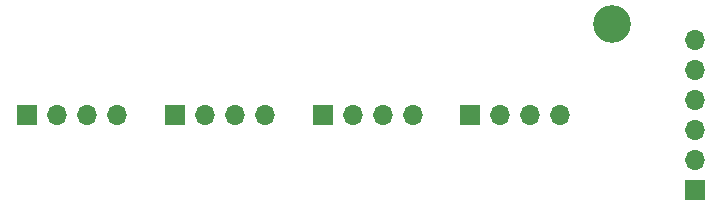
<source format=gbr>
%TF.GenerationSoftware,KiCad,Pcbnew,7.0.11-7.0.11~ubuntu22.04.1*%
%TF.CreationDate,2024-11-05T13:46:25+02:00*%
%TF.ProjectId,USB_Magic_Hub,5553425f-4d61-4676-9963-5f4875622e6b,rev?*%
%TF.SameCoordinates,PXc65d40PYc65d40*%
%TF.FileFunction,Soldermask,Bot*%
%TF.FilePolarity,Negative*%
%FSLAX46Y46*%
G04 Gerber Fmt 4.6, Leading zero omitted, Abs format (unit mm)*
G04 Created by KiCad (PCBNEW 7.0.11-7.0.11~ubuntu22.04.1) date 2024-11-05 13:46:25*
%MOMM*%
%LPD*%
G01*
G04 APERTURE LIST*
%ADD10R,1.700000X1.700000*%
%ADD11O,1.700000X1.700000*%
%ADD12C,3.200000*%
G04 APERTURE END LIST*
D10*
%TO.C,J1*%
X54950000Y-11750000D03*
D11*
X57490000Y-11750000D03*
X60030000Y-11750000D03*
X62570000Y-11750000D03*
%TD*%
D10*
%TO.C,J2*%
X42450000Y-11750000D03*
D11*
X44990000Y-11750000D03*
X47530000Y-11750000D03*
X50070000Y-11750000D03*
%TD*%
D10*
%TO.C,J3*%
X29950000Y-11750000D03*
D11*
X32490000Y-11750000D03*
X35030000Y-11750000D03*
X37570000Y-11750000D03*
%TD*%
D10*
%TO.C,J4*%
X74000000Y-18100000D03*
D11*
X74000000Y-15560000D03*
X74000000Y-13020000D03*
X74000000Y-10480000D03*
X74000000Y-7940000D03*
X74000000Y-5400000D03*
%TD*%
D10*
%TO.C,J5*%
X17450000Y-11750000D03*
D11*
X19990000Y-11750000D03*
X22530000Y-11750000D03*
X25070000Y-11750000D03*
%TD*%
D12*
%TO.C,H1*%
X67000000Y-4000000D03*
%TD*%
M02*

</source>
